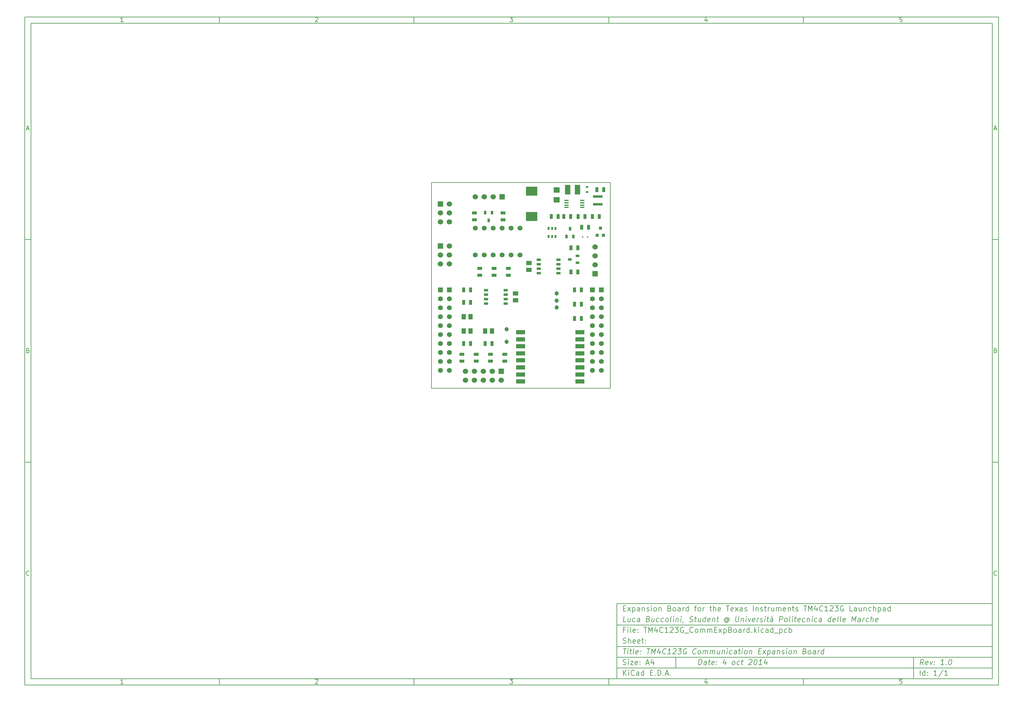
<source format=gts>
G04 (created by PCBNEW (2013-07-07 BZR 4022)-stable) date 10/4/2014 18:50:34*
%MOIN*%
G04 Gerber Fmt 3.4, Leading zero omitted, Abs format*
%FSLAX34Y34*%
G01*
G70*
G90*
G04 APERTURE LIST*
%ADD10C,0.00590551*%
%ADD11C,0.00629921*%
%ADD12R,0.05X0.016*%
%ADD13R,0.063X0.106*%
%ADD14R,0.0512X0.059*%
%ADD15R,0.059X0.0512*%
%ADD16R,0.035X0.055*%
%ADD17R,0.055X0.035*%
%ADD18R,0.0984252X0.0511811*%
%ADD19R,0.071X0.063*%
%ADD20R,0.036X0.036*%
%ADD21R,0.0394X0.0315*%
%ADD22R,0.0315X0.0394*%
%ADD23R,0.106299X0.0314961*%
%ADD24R,0.023622X0.0354331*%
%ADD25R,0.06X0.06*%
%ADD26C,0.06*%
%ADD27R,0.05X0.025*%
%ADD28R,0.055X0.055*%
%ADD29C,0.055*%
%ADD30R,0.0314961X0.023622*%
%ADD31R,0.125984X0.102362*%
%ADD32R,0.015748X0.015748*%
%ADD33C,0.0472441*%
%ADD34C,0.0551181*%
G04 APERTURE END LIST*
G54D10*
X4000Y-4000D02*
X112930Y-4000D01*
X112930Y-78680D01*
X4000Y-78680D01*
X4000Y-4000D01*
X4700Y-4700D02*
X112230Y-4700D01*
X112230Y-77980D01*
X4700Y-77980D01*
X4700Y-4700D01*
X25780Y-4000D02*
X25780Y-4700D01*
X15032Y-4552D02*
X14747Y-4552D01*
X14890Y-4552D02*
X14890Y-4052D01*
X14842Y-4123D01*
X14794Y-4171D01*
X14747Y-4195D01*
X25780Y-78680D02*
X25780Y-77980D01*
X15032Y-78532D02*
X14747Y-78532D01*
X14890Y-78532D02*
X14890Y-78032D01*
X14842Y-78103D01*
X14794Y-78151D01*
X14747Y-78175D01*
X47560Y-4000D02*
X47560Y-4700D01*
X36527Y-4100D02*
X36550Y-4076D01*
X36598Y-4052D01*
X36717Y-4052D01*
X36765Y-4076D01*
X36789Y-4100D01*
X36812Y-4147D01*
X36812Y-4195D01*
X36789Y-4266D01*
X36503Y-4552D01*
X36812Y-4552D01*
X47560Y-78680D02*
X47560Y-77980D01*
X36527Y-78080D02*
X36550Y-78056D01*
X36598Y-78032D01*
X36717Y-78032D01*
X36765Y-78056D01*
X36789Y-78080D01*
X36812Y-78127D01*
X36812Y-78175D01*
X36789Y-78246D01*
X36503Y-78532D01*
X36812Y-78532D01*
X69340Y-4000D02*
X69340Y-4700D01*
X58283Y-4052D02*
X58592Y-4052D01*
X58426Y-4242D01*
X58497Y-4242D01*
X58545Y-4266D01*
X58569Y-4290D01*
X58592Y-4338D01*
X58592Y-4457D01*
X58569Y-4504D01*
X58545Y-4528D01*
X58497Y-4552D01*
X58354Y-4552D01*
X58307Y-4528D01*
X58283Y-4504D01*
X69340Y-78680D02*
X69340Y-77980D01*
X58283Y-78032D02*
X58592Y-78032D01*
X58426Y-78222D01*
X58497Y-78222D01*
X58545Y-78246D01*
X58569Y-78270D01*
X58592Y-78318D01*
X58592Y-78437D01*
X58569Y-78484D01*
X58545Y-78508D01*
X58497Y-78532D01*
X58354Y-78532D01*
X58307Y-78508D01*
X58283Y-78484D01*
X91120Y-4000D02*
X91120Y-4700D01*
X80325Y-4219D02*
X80325Y-4552D01*
X80206Y-4028D02*
X80087Y-4385D01*
X80396Y-4385D01*
X91120Y-78680D02*
X91120Y-77980D01*
X80325Y-78199D02*
X80325Y-78532D01*
X80206Y-78008D02*
X80087Y-78365D01*
X80396Y-78365D01*
X102129Y-4052D02*
X101890Y-4052D01*
X101867Y-4290D01*
X101890Y-4266D01*
X101938Y-4242D01*
X102057Y-4242D01*
X102105Y-4266D01*
X102129Y-4290D01*
X102152Y-4338D01*
X102152Y-4457D01*
X102129Y-4504D01*
X102105Y-4528D01*
X102057Y-4552D01*
X101938Y-4552D01*
X101890Y-4528D01*
X101867Y-4504D01*
X102129Y-78032D02*
X101890Y-78032D01*
X101867Y-78270D01*
X101890Y-78246D01*
X101938Y-78222D01*
X102057Y-78222D01*
X102105Y-78246D01*
X102129Y-78270D01*
X102152Y-78318D01*
X102152Y-78437D01*
X102129Y-78484D01*
X102105Y-78508D01*
X102057Y-78532D01*
X101938Y-78532D01*
X101890Y-78508D01*
X101867Y-78484D01*
X4000Y-28890D02*
X4700Y-28890D01*
X4230Y-16509D02*
X4469Y-16509D01*
X4183Y-16652D02*
X4350Y-16152D01*
X4516Y-16652D01*
X112930Y-28890D02*
X112230Y-28890D01*
X112460Y-16509D02*
X112699Y-16509D01*
X112413Y-16652D02*
X112580Y-16152D01*
X112746Y-16652D01*
X4000Y-53780D02*
X4700Y-53780D01*
X4385Y-41280D02*
X4457Y-41304D01*
X4480Y-41328D01*
X4504Y-41375D01*
X4504Y-41447D01*
X4480Y-41494D01*
X4457Y-41518D01*
X4409Y-41542D01*
X4219Y-41542D01*
X4219Y-41042D01*
X4385Y-41042D01*
X4433Y-41066D01*
X4457Y-41090D01*
X4480Y-41137D01*
X4480Y-41185D01*
X4457Y-41232D01*
X4433Y-41256D01*
X4385Y-41280D01*
X4219Y-41280D01*
X112930Y-53780D02*
X112230Y-53780D01*
X112615Y-41280D02*
X112687Y-41304D01*
X112710Y-41328D01*
X112734Y-41375D01*
X112734Y-41447D01*
X112710Y-41494D01*
X112687Y-41518D01*
X112639Y-41542D01*
X112449Y-41542D01*
X112449Y-41042D01*
X112615Y-41042D01*
X112663Y-41066D01*
X112687Y-41090D01*
X112710Y-41137D01*
X112710Y-41185D01*
X112687Y-41232D01*
X112663Y-41256D01*
X112615Y-41280D01*
X112449Y-41280D01*
X4504Y-66384D02*
X4480Y-66408D01*
X4409Y-66432D01*
X4361Y-66432D01*
X4290Y-66408D01*
X4242Y-66360D01*
X4219Y-66313D01*
X4195Y-66218D01*
X4195Y-66146D01*
X4219Y-66051D01*
X4242Y-66003D01*
X4290Y-65956D01*
X4361Y-65932D01*
X4409Y-65932D01*
X4480Y-65956D01*
X4504Y-65980D01*
X112734Y-66384D02*
X112710Y-66408D01*
X112639Y-66432D01*
X112591Y-66432D01*
X112520Y-66408D01*
X112472Y-66360D01*
X112449Y-66313D01*
X112425Y-66218D01*
X112425Y-66146D01*
X112449Y-66051D01*
X112472Y-66003D01*
X112520Y-65956D01*
X112591Y-65932D01*
X112639Y-65932D01*
X112710Y-65956D01*
X112734Y-65980D01*
X79380Y-76422D02*
X79455Y-75822D01*
X79597Y-75822D01*
X79680Y-75851D01*
X79730Y-75908D01*
X79751Y-75965D01*
X79765Y-76080D01*
X79755Y-76165D01*
X79712Y-76280D01*
X79676Y-76337D01*
X79612Y-76394D01*
X79522Y-76422D01*
X79380Y-76422D01*
X80237Y-76422D02*
X80276Y-76108D01*
X80255Y-76051D01*
X80201Y-76022D01*
X80087Y-76022D01*
X80026Y-76051D01*
X80240Y-76394D02*
X80180Y-76422D01*
X80037Y-76422D01*
X79983Y-76394D01*
X79962Y-76337D01*
X79969Y-76280D01*
X80005Y-76222D01*
X80065Y-76194D01*
X80208Y-76194D01*
X80269Y-76165D01*
X80487Y-76022D02*
X80715Y-76022D01*
X80597Y-75822D02*
X80533Y-76337D01*
X80555Y-76394D01*
X80608Y-76422D01*
X80665Y-76422D01*
X81097Y-76394D02*
X81037Y-76422D01*
X80922Y-76422D01*
X80869Y-76394D01*
X80847Y-76337D01*
X80876Y-76108D01*
X80912Y-76051D01*
X80972Y-76022D01*
X81087Y-76022D01*
X81140Y-76051D01*
X81162Y-76108D01*
X81155Y-76165D01*
X80862Y-76222D01*
X81387Y-76365D02*
X81412Y-76394D01*
X81380Y-76422D01*
X81355Y-76394D01*
X81387Y-76365D01*
X81380Y-76422D01*
X81426Y-76051D02*
X81451Y-76080D01*
X81419Y-76108D01*
X81394Y-76080D01*
X81426Y-76051D01*
X81419Y-76108D01*
X82430Y-76022D02*
X82380Y-76422D01*
X82315Y-75794D02*
X82119Y-76222D01*
X82490Y-76222D01*
X83237Y-76422D02*
X83183Y-76394D01*
X83158Y-76365D01*
X83137Y-76308D01*
X83158Y-76137D01*
X83194Y-76080D01*
X83226Y-76051D01*
X83287Y-76022D01*
X83372Y-76022D01*
X83426Y-76051D01*
X83451Y-76080D01*
X83472Y-76137D01*
X83451Y-76308D01*
X83415Y-76365D01*
X83383Y-76394D01*
X83322Y-76422D01*
X83237Y-76422D01*
X83955Y-76394D02*
X83894Y-76422D01*
X83780Y-76422D01*
X83726Y-76394D01*
X83701Y-76365D01*
X83680Y-76308D01*
X83701Y-76137D01*
X83737Y-76080D01*
X83769Y-76051D01*
X83830Y-76022D01*
X83944Y-76022D01*
X83997Y-76051D01*
X84172Y-76022D02*
X84401Y-76022D01*
X84283Y-75822D02*
X84219Y-76337D01*
X84240Y-76394D01*
X84294Y-76422D01*
X84351Y-76422D01*
X85047Y-75880D02*
X85080Y-75851D01*
X85140Y-75822D01*
X85283Y-75822D01*
X85337Y-75851D01*
X85362Y-75880D01*
X85383Y-75937D01*
X85376Y-75994D01*
X85337Y-76080D01*
X84951Y-76422D01*
X85322Y-76422D01*
X85769Y-75822D02*
X85826Y-75822D01*
X85880Y-75851D01*
X85905Y-75880D01*
X85926Y-75937D01*
X85940Y-76051D01*
X85922Y-76194D01*
X85880Y-76308D01*
X85844Y-76365D01*
X85812Y-76394D01*
X85751Y-76422D01*
X85694Y-76422D01*
X85640Y-76394D01*
X85615Y-76365D01*
X85594Y-76308D01*
X85580Y-76194D01*
X85597Y-76051D01*
X85640Y-75937D01*
X85676Y-75880D01*
X85708Y-75851D01*
X85769Y-75822D01*
X86465Y-76422D02*
X86122Y-76422D01*
X86294Y-76422D02*
X86369Y-75822D01*
X86301Y-75908D01*
X86237Y-75965D01*
X86176Y-75994D01*
X87030Y-76022D02*
X86980Y-76422D01*
X86915Y-75794D02*
X86719Y-76222D01*
X87090Y-76222D01*
X70972Y-77622D02*
X70972Y-77022D01*
X71315Y-77622D02*
X71058Y-77280D01*
X71315Y-77022D02*
X70972Y-77365D01*
X71572Y-77622D02*
X71572Y-77222D01*
X71572Y-77022D02*
X71544Y-77051D01*
X71572Y-77080D01*
X71601Y-77051D01*
X71572Y-77022D01*
X71572Y-77080D01*
X72201Y-77565D02*
X72172Y-77594D01*
X72087Y-77622D01*
X72030Y-77622D01*
X71944Y-77594D01*
X71887Y-77537D01*
X71858Y-77480D01*
X71830Y-77365D01*
X71830Y-77280D01*
X71858Y-77165D01*
X71887Y-77108D01*
X71944Y-77051D01*
X72030Y-77022D01*
X72087Y-77022D01*
X72172Y-77051D01*
X72201Y-77080D01*
X72715Y-77622D02*
X72715Y-77308D01*
X72687Y-77251D01*
X72630Y-77222D01*
X72515Y-77222D01*
X72458Y-77251D01*
X72715Y-77594D02*
X72658Y-77622D01*
X72515Y-77622D01*
X72458Y-77594D01*
X72430Y-77537D01*
X72430Y-77480D01*
X72458Y-77422D01*
X72515Y-77394D01*
X72658Y-77394D01*
X72715Y-77365D01*
X73258Y-77622D02*
X73258Y-77022D01*
X73258Y-77594D02*
X73201Y-77622D01*
X73087Y-77622D01*
X73030Y-77594D01*
X73001Y-77565D01*
X72972Y-77508D01*
X72972Y-77337D01*
X73001Y-77280D01*
X73030Y-77251D01*
X73087Y-77222D01*
X73201Y-77222D01*
X73258Y-77251D01*
X74001Y-77308D02*
X74201Y-77308D01*
X74287Y-77622D02*
X74001Y-77622D01*
X74001Y-77022D01*
X74287Y-77022D01*
X74544Y-77565D02*
X74572Y-77594D01*
X74544Y-77622D01*
X74515Y-77594D01*
X74544Y-77565D01*
X74544Y-77622D01*
X74829Y-77622D02*
X74829Y-77022D01*
X74972Y-77022D01*
X75058Y-77051D01*
X75115Y-77108D01*
X75144Y-77165D01*
X75172Y-77280D01*
X75172Y-77365D01*
X75144Y-77480D01*
X75115Y-77537D01*
X75058Y-77594D01*
X74972Y-77622D01*
X74829Y-77622D01*
X75429Y-77565D02*
X75458Y-77594D01*
X75429Y-77622D01*
X75401Y-77594D01*
X75429Y-77565D01*
X75429Y-77622D01*
X75687Y-77451D02*
X75972Y-77451D01*
X75629Y-77622D02*
X75829Y-77022D01*
X76029Y-77622D01*
X76229Y-77565D02*
X76258Y-77594D01*
X76229Y-77622D01*
X76201Y-77594D01*
X76229Y-77565D01*
X76229Y-77622D01*
X104522Y-76422D02*
X104358Y-76137D01*
X104180Y-76422D02*
X104255Y-75822D01*
X104483Y-75822D01*
X104537Y-75851D01*
X104562Y-75880D01*
X104583Y-75937D01*
X104572Y-76022D01*
X104537Y-76080D01*
X104505Y-76108D01*
X104444Y-76137D01*
X104215Y-76137D01*
X105012Y-76394D02*
X104951Y-76422D01*
X104837Y-76422D01*
X104783Y-76394D01*
X104762Y-76337D01*
X104790Y-76108D01*
X104826Y-76051D01*
X104887Y-76022D01*
X105001Y-76022D01*
X105055Y-76051D01*
X105076Y-76108D01*
X105069Y-76165D01*
X104776Y-76222D01*
X105287Y-76022D02*
X105380Y-76422D01*
X105572Y-76022D01*
X105758Y-76365D02*
X105783Y-76394D01*
X105751Y-76422D01*
X105726Y-76394D01*
X105758Y-76365D01*
X105751Y-76422D01*
X105797Y-76051D02*
X105822Y-76080D01*
X105790Y-76108D01*
X105765Y-76080D01*
X105797Y-76051D01*
X105790Y-76108D01*
X106808Y-76422D02*
X106465Y-76422D01*
X106637Y-76422D02*
X106712Y-75822D01*
X106644Y-75908D01*
X106580Y-75965D01*
X106519Y-75994D01*
X107072Y-76365D02*
X107097Y-76394D01*
X107065Y-76422D01*
X107040Y-76394D01*
X107072Y-76365D01*
X107065Y-76422D01*
X107540Y-75822D02*
X107597Y-75822D01*
X107651Y-75851D01*
X107676Y-75880D01*
X107697Y-75937D01*
X107712Y-76051D01*
X107694Y-76194D01*
X107651Y-76308D01*
X107615Y-76365D01*
X107583Y-76394D01*
X107522Y-76422D01*
X107465Y-76422D01*
X107412Y-76394D01*
X107387Y-76365D01*
X107365Y-76308D01*
X107351Y-76194D01*
X107369Y-76051D01*
X107412Y-75937D01*
X107447Y-75880D01*
X107480Y-75851D01*
X107540Y-75822D01*
X70944Y-76394D02*
X71030Y-76422D01*
X71172Y-76422D01*
X71230Y-76394D01*
X71258Y-76365D01*
X71287Y-76308D01*
X71287Y-76251D01*
X71258Y-76194D01*
X71230Y-76165D01*
X71172Y-76137D01*
X71058Y-76108D01*
X71001Y-76080D01*
X70972Y-76051D01*
X70944Y-75994D01*
X70944Y-75937D01*
X70972Y-75880D01*
X71001Y-75851D01*
X71058Y-75822D01*
X71201Y-75822D01*
X71287Y-75851D01*
X71544Y-76422D02*
X71544Y-76022D01*
X71544Y-75822D02*
X71515Y-75851D01*
X71544Y-75880D01*
X71572Y-75851D01*
X71544Y-75822D01*
X71544Y-75880D01*
X71772Y-76022D02*
X72087Y-76022D01*
X71772Y-76422D01*
X72087Y-76422D01*
X72544Y-76394D02*
X72487Y-76422D01*
X72372Y-76422D01*
X72315Y-76394D01*
X72287Y-76337D01*
X72287Y-76108D01*
X72315Y-76051D01*
X72372Y-76022D01*
X72487Y-76022D01*
X72544Y-76051D01*
X72572Y-76108D01*
X72572Y-76165D01*
X72287Y-76222D01*
X72830Y-76365D02*
X72858Y-76394D01*
X72830Y-76422D01*
X72801Y-76394D01*
X72830Y-76365D01*
X72830Y-76422D01*
X72830Y-76051D02*
X72858Y-76080D01*
X72830Y-76108D01*
X72801Y-76080D01*
X72830Y-76051D01*
X72830Y-76108D01*
X73544Y-76251D02*
X73830Y-76251D01*
X73487Y-76422D02*
X73687Y-75822D01*
X73887Y-76422D01*
X74344Y-76022D02*
X74344Y-76422D01*
X74201Y-75794D02*
X74058Y-76222D01*
X74430Y-76222D01*
X104172Y-77622D02*
X104172Y-77022D01*
X104715Y-77622D02*
X104715Y-77022D01*
X104715Y-77594D02*
X104658Y-77622D01*
X104544Y-77622D01*
X104487Y-77594D01*
X104458Y-77565D01*
X104430Y-77508D01*
X104430Y-77337D01*
X104458Y-77280D01*
X104487Y-77251D01*
X104544Y-77222D01*
X104658Y-77222D01*
X104715Y-77251D01*
X105001Y-77565D02*
X105030Y-77594D01*
X105001Y-77622D01*
X104972Y-77594D01*
X105001Y-77565D01*
X105001Y-77622D01*
X105001Y-77251D02*
X105030Y-77280D01*
X105001Y-77308D01*
X104972Y-77280D01*
X105001Y-77251D01*
X105001Y-77308D01*
X106058Y-77622D02*
X105715Y-77622D01*
X105887Y-77622D02*
X105887Y-77022D01*
X105829Y-77108D01*
X105772Y-77165D01*
X105715Y-77194D01*
X106744Y-76994D02*
X106230Y-77765D01*
X107258Y-77622D02*
X106915Y-77622D01*
X107087Y-77622D02*
X107087Y-77022D01*
X107029Y-77108D01*
X106972Y-77165D01*
X106915Y-77194D01*
X70969Y-74622D02*
X71312Y-74622D01*
X71065Y-75222D02*
X71140Y-74622D01*
X71437Y-75222D02*
X71487Y-74822D01*
X71512Y-74622D02*
X71480Y-74651D01*
X71505Y-74680D01*
X71537Y-74651D01*
X71512Y-74622D01*
X71505Y-74680D01*
X71687Y-74822D02*
X71915Y-74822D01*
X71797Y-74622D02*
X71733Y-75137D01*
X71755Y-75194D01*
X71808Y-75222D01*
X71865Y-75222D01*
X72151Y-75222D02*
X72097Y-75194D01*
X72076Y-75137D01*
X72140Y-74622D01*
X72612Y-75194D02*
X72551Y-75222D01*
X72437Y-75222D01*
X72383Y-75194D01*
X72362Y-75137D01*
X72390Y-74908D01*
X72426Y-74851D01*
X72487Y-74822D01*
X72601Y-74822D01*
X72655Y-74851D01*
X72676Y-74908D01*
X72669Y-74965D01*
X72376Y-75022D01*
X72901Y-75165D02*
X72926Y-75194D01*
X72894Y-75222D01*
X72869Y-75194D01*
X72901Y-75165D01*
X72894Y-75222D01*
X72940Y-74851D02*
X72965Y-74880D01*
X72933Y-74908D01*
X72908Y-74880D01*
X72940Y-74851D01*
X72933Y-74908D01*
X73626Y-74622D02*
X73969Y-74622D01*
X73722Y-75222D02*
X73797Y-74622D01*
X74094Y-75222D02*
X74169Y-74622D01*
X74315Y-75051D01*
X74569Y-74622D01*
X74494Y-75222D01*
X75087Y-74822D02*
X75037Y-75222D01*
X74972Y-74594D02*
X74776Y-75022D01*
X75147Y-75022D01*
X75701Y-75165D02*
X75669Y-75194D01*
X75580Y-75222D01*
X75522Y-75222D01*
X75440Y-75194D01*
X75390Y-75137D01*
X75369Y-75080D01*
X75355Y-74965D01*
X75365Y-74880D01*
X75408Y-74765D01*
X75444Y-74708D01*
X75508Y-74651D01*
X75597Y-74622D01*
X75655Y-74622D01*
X75737Y-74651D01*
X75762Y-74680D01*
X76265Y-75222D02*
X75922Y-75222D01*
X76094Y-75222D02*
X76169Y-74622D01*
X76101Y-74708D01*
X76037Y-74765D01*
X75976Y-74794D01*
X76562Y-74680D02*
X76594Y-74651D01*
X76655Y-74622D01*
X76797Y-74622D01*
X76851Y-74651D01*
X76876Y-74680D01*
X76897Y-74737D01*
X76890Y-74794D01*
X76851Y-74880D01*
X76465Y-75222D01*
X76837Y-75222D01*
X77112Y-74622D02*
X77483Y-74622D01*
X77255Y-74851D01*
X77340Y-74851D01*
X77394Y-74880D01*
X77419Y-74908D01*
X77440Y-74965D01*
X77422Y-75108D01*
X77387Y-75165D01*
X77355Y-75194D01*
X77294Y-75222D01*
X77122Y-75222D01*
X77069Y-75194D01*
X77044Y-75165D01*
X78051Y-74651D02*
X77997Y-74622D01*
X77912Y-74622D01*
X77822Y-74651D01*
X77758Y-74708D01*
X77722Y-74765D01*
X77680Y-74880D01*
X77669Y-74965D01*
X77683Y-75080D01*
X77705Y-75137D01*
X77755Y-75194D01*
X77837Y-75222D01*
X77894Y-75222D01*
X77983Y-75194D01*
X78015Y-75165D01*
X78040Y-74965D01*
X77926Y-74965D01*
X79072Y-75165D02*
X79040Y-75194D01*
X78951Y-75222D01*
X78894Y-75222D01*
X78812Y-75194D01*
X78762Y-75137D01*
X78740Y-75080D01*
X78726Y-74965D01*
X78737Y-74880D01*
X78780Y-74765D01*
X78815Y-74708D01*
X78880Y-74651D01*
X78969Y-74622D01*
X79026Y-74622D01*
X79108Y-74651D01*
X79133Y-74680D01*
X79408Y-75222D02*
X79355Y-75194D01*
X79330Y-75165D01*
X79308Y-75108D01*
X79330Y-74937D01*
X79365Y-74880D01*
X79397Y-74851D01*
X79458Y-74822D01*
X79544Y-74822D01*
X79597Y-74851D01*
X79622Y-74880D01*
X79644Y-74937D01*
X79622Y-75108D01*
X79587Y-75165D01*
X79555Y-75194D01*
X79494Y-75222D01*
X79408Y-75222D01*
X79865Y-75222D02*
X79915Y-74822D01*
X79908Y-74880D02*
X79940Y-74851D01*
X80001Y-74822D01*
X80087Y-74822D01*
X80140Y-74851D01*
X80162Y-74908D01*
X80122Y-75222D01*
X80162Y-74908D02*
X80197Y-74851D01*
X80258Y-74822D01*
X80344Y-74822D01*
X80397Y-74851D01*
X80419Y-74908D01*
X80380Y-75222D01*
X80665Y-75222D02*
X80715Y-74822D01*
X80708Y-74880D02*
X80740Y-74851D01*
X80801Y-74822D01*
X80887Y-74822D01*
X80940Y-74851D01*
X80962Y-74908D01*
X80922Y-75222D01*
X80962Y-74908D02*
X80997Y-74851D01*
X81058Y-74822D01*
X81144Y-74822D01*
X81197Y-74851D01*
X81219Y-74908D01*
X81180Y-75222D01*
X81772Y-74822D02*
X81722Y-75222D01*
X81515Y-74822D02*
X81476Y-75137D01*
X81497Y-75194D01*
X81551Y-75222D01*
X81637Y-75222D01*
X81697Y-75194D01*
X81730Y-75165D01*
X82058Y-74822D02*
X82008Y-75222D01*
X82051Y-74880D02*
X82083Y-74851D01*
X82144Y-74822D01*
X82230Y-74822D01*
X82283Y-74851D01*
X82305Y-74908D01*
X82265Y-75222D01*
X82551Y-75222D02*
X82601Y-74822D01*
X82626Y-74622D02*
X82594Y-74651D01*
X82619Y-74680D01*
X82651Y-74651D01*
X82626Y-74622D01*
X82619Y-74680D01*
X83097Y-75194D02*
X83037Y-75222D01*
X82922Y-75222D01*
X82869Y-75194D01*
X82844Y-75165D01*
X82822Y-75108D01*
X82844Y-74937D01*
X82880Y-74880D01*
X82912Y-74851D01*
X82972Y-74822D01*
X83087Y-74822D01*
X83140Y-74851D01*
X83608Y-75222D02*
X83647Y-74908D01*
X83626Y-74851D01*
X83572Y-74822D01*
X83458Y-74822D01*
X83397Y-74851D01*
X83612Y-75194D02*
X83551Y-75222D01*
X83408Y-75222D01*
X83355Y-75194D01*
X83333Y-75137D01*
X83340Y-75080D01*
X83376Y-75022D01*
X83437Y-74994D01*
X83580Y-74994D01*
X83640Y-74965D01*
X83858Y-74822D02*
X84087Y-74822D01*
X83969Y-74622D02*
X83905Y-75137D01*
X83926Y-75194D01*
X83980Y-75222D01*
X84037Y-75222D01*
X84237Y-75222D02*
X84287Y-74822D01*
X84312Y-74622D02*
X84280Y-74651D01*
X84305Y-74680D01*
X84337Y-74651D01*
X84312Y-74622D01*
X84305Y-74680D01*
X84608Y-75222D02*
X84555Y-75194D01*
X84530Y-75165D01*
X84508Y-75108D01*
X84530Y-74937D01*
X84565Y-74880D01*
X84597Y-74851D01*
X84658Y-74822D01*
X84744Y-74822D01*
X84797Y-74851D01*
X84822Y-74880D01*
X84844Y-74937D01*
X84822Y-75108D01*
X84787Y-75165D01*
X84755Y-75194D01*
X84694Y-75222D01*
X84608Y-75222D01*
X85115Y-74822D02*
X85065Y-75222D01*
X85108Y-74880D02*
X85140Y-74851D01*
X85201Y-74822D01*
X85287Y-74822D01*
X85340Y-74851D01*
X85362Y-74908D01*
X85322Y-75222D01*
X86105Y-74908D02*
X86305Y-74908D01*
X86351Y-75222D02*
X86065Y-75222D01*
X86140Y-74622D01*
X86426Y-74622D01*
X86551Y-75222D02*
X86915Y-74822D01*
X86601Y-74822D02*
X86865Y-75222D01*
X87144Y-74822D02*
X87069Y-75422D01*
X87140Y-74851D02*
X87201Y-74822D01*
X87315Y-74822D01*
X87369Y-74851D01*
X87394Y-74880D01*
X87415Y-74937D01*
X87394Y-75108D01*
X87358Y-75165D01*
X87326Y-75194D01*
X87265Y-75222D01*
X87151Y-75222D01*
X87097Y-75194D01*
X87894Y-75222D02*
X87933Y-74908D01*
X87912Y-74851D01*
X87858Y-74822D01*
X87744Y-74822D01*
X87683Y-74851D01*
X87897Y-75194D02*
X87837Y-75222D01*
X87694Y-75222D01*
X87640Y-75194D01*
X87619Y-75137D01*
X87626Y-75080D01*
X87662Y-75022D01*
X87722Y-74994D01*
X87865Y-74994D01*
X87926Y-74965D01*
X88230Y-74822D02*
X88180Y-75222D01*
X88222Y-74880D02*
X88255Y-74851D01*
X88315Y-74822D01*
X88401Y-74822D01*
X88455Y-74851D01*
X88476Y-74908D01*
X88437Y-75222D01*
X88697Y-75194D02*
X88751Y-75222D01*
X88865Y-75222D01*
X88926Y-75194D01*
X88962Y-75137D01*
X88965Y-75108D01*
X88944Y-75051D01*
X88890Y-75022D01*
X88805Y-75022D01*
X88751Y-74994D01*
X88730Y-74937D01*
X88733Y-74908D01*
X88769Y-74851D01*
X88830Y-74822D01*
X88915Y-74822D01*
X88969Y-74851D01*
X89208Y-75222D02*
X89258Y-74822D01*
X89283Y-74622D02*
X89251Y-74651D01*
X89276Y-74680D01*
X89308Y-74651D01*
X89283Y-74622D01*
X89276Y-74680D01*
X89579Y-75222D02*
X89526Y-75194D01*
X89501Y-75165D01*
X89480Y-75108D01*
X89501Y-74937D01*
X89537Y-74880D01*
X89569Y-74851D01*
X89629Y-74822D01*
X89715Y-74822D01*
X89769Y-74851D01*
X89794Y-74880D01*
X89815Y-74937D01*
X89794Y-75108D01*
X89758Y-75165D01*
X89726Y-75194D01*
X89665Y-75222D01*
X89579Y-75222D01*
X90087Y-74822D02*
X90037Y-75222D01*
X90079Y-74880D02*
X90112Y-74851D01*
X90172Y-74822D01*
X90258Y-74822D01*
X90312Y-74851D01*
X90333Y-74908D01*
X90294Y-75222D01*
X91276Y-74908D02*
X91358Y-74937D01*
X91383Y-74965D01*
X91404Y-75022D01*
X91394Y-75108D01*
X91358Y-75165D01*
X91326Y-75194D01*
X91265Y-75222D01*
X91037Y-75222D01*
X91112Y-74622D01*
X91312Y-74622D01*
X91365Y-74651D01*
X91390Y-74680D01*
X91412Y-74737D01*
X91404Y-74794D01*
X91369Y-74851D01*
X91337Y-74880D01*
X91276Y-74908D01*
X91076Y-74908D01*
X91722Y-75222D02*
X91669Y-75194D01*
X91644Y-75165D01*
X91622Y-75108D01*
X91644Y-74937D01*
X91679Y-74880D01*
X91712Y-74851D01*
X91772Y-74822D01*
X91858Y-74822D01*
X91912Y-74851D01*
X91937Y-74880D01*
X91958Y-74937D01*
X91937Y-75108D01*
X91901Y-75165D01*
X91869Y-75194D01*
X91808Y-75222D01*
X91722Y-75222D01*
X92437Y-75222D02*
X92476Y-74908D01*
X92454Y-74851D01*
X92401Y-74822D01*
X92287Y-74822D01*
X92226Y-74851D01*
X92440Y-75194D02*
X92379Y-75222D01*
X92237Y-75222D01*
X92183Y-75194D01*
X92162Y-75137D01*
X92169Y-75080D01*
X92204Y-75022D01*
X92265Y-74994D01*
X92408Y-74994D01*
X92469Y-74965D01*
X92722Y-75222D02*
X92772Y-74822D01*
X92758Y-74937D02*
X92794Y-74880D01*
X92826Y-74851D01*
X92887Y-74822D01*
X92944Y-74822D01*
X93351Y-75222D02*
X93426Y-74622D01*
X93354Y-75194D02*
X93294Y-75222D01*
X93179Y-75222D01*
X93126Y-75194D01*
X93101Y-75165D01*
X93080Y-75108D01*
X93101Y-74937D01*
X93137Y-74880D01*
X93169Y-74851D01*
X93229Y-74822D01*
X93344Y-74822D01*
X93397Y-74851D01*
X71172Y-72508D02*
X70972Y-72508D01*
X70972Y-72822D02*
X70972Y-72222D01*
X71258Y-72222D01*
X71487Y-72822D02*
X71487Y-72422D01*
X71487Y-72222D02*
X71458Y-72251D01*
X71487Y-72280D01*
X71515Y-72251D01*
X71487Y-72222D01*
X71487Y-72280D01*
X71858Y-72822D02*
X71801Y-72794D01*
X71772Y-72737D01*
X71772Y-72222D01*
X72315Y-72794D02*
X72258Y-72822D01*
X72144Y-72822D01*
X72087Y-72794D01*
X72058Y-72737D01*
X72058Y-72508D01*
X72087Y-72451D01*
X72144Y-72422D01*
X72258Y-72422D01*
X72315Y-72451D01*
X72344Y-72508D01*
X72344Y-72565D01*
X72058Y-72622D01*
X72601Y-72765D02*
X72630Y-72794D01*
X72601Y-72822D01*
X72572Y-72794D01*
X72601Y-72765D01*
X72601Y-72822D01*
X72601Y-72451D02*
X72630Y-72480D01*
X72601Y-72508D01*
X72572Y-72480D01*
X72601Y-72451D01*
X72601Y-72508D01*
X73258Y-72222D02*
X73601Y-72222D01*
X73430Y-72822D02*
X73430Y-72222D01*
X73801Y-72822D02*
X73801Y-72222D01*
X74001Y-72651D01*
X74201Y-72222D01*
X74201Y-72822D01*
X74744Y-72422D02*
X74744Y-72822D01*
X74601Y-72194D02*
X74458Y-72622D01*
X74830Y-72622D01*
X75401Y-72765D02*
X75372Y-72794D01*
X75287Y-72822D01*
X75230Y-72822D01*
X75144Y-72794D01*
X75087Y-72737D01*
X75058Y-72680D01*
X75030Y-72565D01*
X75030Y-72480D01*
X75058Y-72365D01*
X75087Y-72308D01*
X75144Y-72251D01*
X75230Y-72222D01*
X75287Y-72222D01*
X75372Y-72251D01*
X75401Y-72280D01*
X75972Y-72822D02*
X75630Y-72822D01*
X75801Y-72822D02*
X75801Y-72222D01*
X75744Y-72308D01*
X75687Y-72365D01*
X75630Y-72394D01*
X76201Y-72280D02*
X76230Y-72251D01*
X76287Y-72222D01*
X76430Y-72222D01*
X76487Y-72251D01*
X76515Y-72280D01*
X76544Y-72337D01*
X76544Y-72394D01*
X76515Y-72480D01*
X76172Y-72822D01*
X76544Y-72822D01*
X76744Y-72222D02*
X77115Y-72222D01*
X76915Y-72451D01*
X77001Y-72451D01*
X77058Y-72480D01*
X77087Y-72508D01*
X77115Y-72565D01*
X77115Y-72708D01*
X77087Y-72765D01*
X77058Y-72794D01*
X77001Y-72822D01*
X76830Y-72822D01*
X76772Y-72794D01*
X76744Y-72765D01*
X77687Y-72251D02*
X77630Y-72222D01*
X77544Y-72222D01*
X77458Y-72251D01*
X77401Y-72308D01*
X77372Y-72365D01*
X77344Y-72480D01*
X77344Y-72565D01*
X77372Y-72680D01*
X77401Y-72737D01*
X77458Y-72794D01*
X77544Y-72822D01*
X77601Y-72822D01*
X77687Y-72794D01*
X77715Y-72765D01*
X77715Y-72565D01*
X77601Y-72565D01*
X77830Y-72880D02*
X78287Y-72880D01*
X78772Y-72765D02*
X78744Y-72794D01*
X78658Y-72822D01*
X78601Y-72822D01*
X78515Y-72794D01*
X78458Y-72737D01*
X78430Y-72680D01*
X78401Y-72565D01*
X78401Y-72480D01*
X78430Y-72365D01*
X78458Y-72308D01*
X78515Y-72251D01*
X78601Y-72222D01*
X78658Y-72222D01*
X78744Y-72251D01*
X78772Y-72280D01*
X79115Y-72822D02*
X79058Y-72794D01*
X79030Y-72765D01*
X79001Y-72708D01*
X79001Y-72537D01*
X79030Y-72480D01*
X79058Y-72451D01*
X79115Y-72422D01*
X79201Y-72422D01*
X79258Y-72451D01*
X79287Y-72480D01*
X79315Y-72537D01*
X79315Y-72708D01*
X79287Y-72765D01*
X79258Y-72794D01*
X79201Y-72822D01*
X79115Y-72822D01*
X79572Y-72822D02*
X79572Y-72422D01*
X79572Y-72480D02*
X79601Y-72451D01*
X79658Y-72422D01*
X79744Y-72422D01*
X79801Y-72451D01*
X79830Y-72508D01*
X79830Y-72822D01*
X79830Y-72508D02*
X79858Y-72451D01*
X79915Y-72422D01*
X80001Y-72422D01*
X80058Y-72451D01*
X80087Y-72508D01*
X80087Y-72822D01*
X80372Y-72822D02*
X80372Y-72422D01*
X80372Y-72480D02*
X80401Y-72451D01*
X80458Y-72422D01*
X80544Y-72422D01*
X80601Y-72451D01*
X80630Y-72508D01*
X80630Y-72822D01*
X80630Y-72508D02*
X80658Y-72451D01*
X80715Y-72422D01*
X80801Y-72422D01*
X80858Y-72451D01*
X80887Y-72508D01*
X80887Y-72822D01*
X81172Y-72508D02*
X81372Y-72508D01*
X81458Y-72822D02*
X81172Y-72822D01*
X81172Y-72222D01*
X81458Y-72222D01*
X81658Y-72822D02*
X81972Y-72422D01*
X81658Y-72422D02*
X81972Y-72822D01*
X82201Y-72422D02*
X82201Y-73022D01*
X82201Y-72451D02*
X82258Y-72422D01*
X82372Y-72422D01*
X82430Y-72451D01*
X82458Y-72480D01*
X82487Y-72537D01*
X82487Y-72708D01*
X82458Y-72765D01*
X82430Y-72794D01*
X82372Y-72822D01*
X82258Y-72822D01*
X82201Y-72794D01*
X82944Y-72508D02*
X83030Y-72537D01*
X83058Y-72565D01*
X83087Y-72622D01*
X83087Y-72708D01*
X83058Y-72765D01*
X83030Y-72794D01*
X82972Y-72822D01*
X82744Y-72822D01*
X82744Y-72222D01*
X82944Y-72222D01*
X83001Y-72251D01*
X83030Y-72280D01*
X83058Y-72337D01*
X83058Y-72394D01*
X83030Y-72451D01*
X83001Y-72480D01*
X82944Y-72508D01*
X82744Y-72508D01*
X83430Y-72822D02*
X83372Y-72794D01*
X83344Y-72765D01*
X83315Y-72708D01*
X83315Y-72537D01*
X83344Y-72480D01*
X83372Y-72451D01*
X83430Y-72422D01*
X83515Y-72422D01*
X83572Y-72451D01*
X83601Y-72480D01*
X83630Y-72537D01*
X83630Y-72708D01*
X83601Y-72765D01*
X83572Y-72794D01*
X83515Y-72822D01*
X83430Y-72822D01*
X84144Y-72822D02*
X84144Y-72508D01*
X84115Y-72451D01*
X84058Y-72422D01*
X83944Y-72422D01*
X83887Y-72451D01*
X84144Y-72794D02*
X84087Y-72822D01*
X83944Y-72822D01*
X83887Y-72794D01*
X83858Y-72737D01*
X83858Y-72680D01*
X83887Y-72622D01*
X83944Y-72594D01*
X84087Y-72594D01*
X84144Y-72565D01*
X84430Y-72822D02*
X84430Y-72422D01*
X84430Y-72537D02*
X84458Y-72480D01*
X84487Y-72451D01*
X84544Y-72422D01*
X84601Y-72422D01*
X85058Y-72822D02*
X85058Y-72222D01*
X85058Y-72794D02*
X85001Y-72822D01*
X84887Y-72822D01*
X84830Y-72794D01*
X84801Y-72765D01*
X84772Y-72708D01*
X84772Y-72537D01*
X84801Y-72480D01*
X84830Y-72451D01*
X84887Y-72422D01*
X85001Y-72422D01*
X85058Y-72451D01*
X85344Y-72765D02*
X85372Y-72794D01*
X85344Y-72822D01*
X85315Y-72794D01*
X85344Y-72765D01*
X85344Y-72822D01*
X85630Y-72822D02*
X85630Y-72222D01*
X85687Y-72594D02*
X85858Y-72822D01*
X85858Y-72422D02*
X85630Y-72651D01*
X86115Y-72822D02*
X86115Y-72422D01*
X86115Y-72222D02*
X86087Y-72251D01*
X86115Y-72280D01*
X86144Y-72251D01*
X86115Y-72222D01*
X86115Y-72280D01*
X86658Y-72794D02*
X86601Y-72822D01*
X86487Y-72822D01*
X86430Y-72794D01*
X86401Y-72765D01*
X86372Y-72708D01*
X86372Y-72537D01*
X86401Y-72480D01*
X86430Y-72451D01*
X86487Y-72422D01*
X86601Y-72422D01*
X86658Y-72451D01*
X87172Y-72822D02*
X87172Y-72508D01*
X87144Y-72451D01*
X87087Y-72422D01*
X86972Y-72422D01*
X86915Y-72451D01*
X87172Y-72794D02*
X87115Y-72822D01*
X86972Y-72822D01*
X86915Y-72794D01*
X86887Y-72737D01*
X86887Y-72680D01*
X86915Y-72622D01*
X86972Y-72594D01*
X87115Y-72594D01*
X87172Y-72565D01*
X87715Y-72822D02*
X87715Y-72222D01*
X87715Y-72794D02*
X87658Y-72822D01*
X87544Y-72822D01*
X87487Y-72794D01*
X87458Y-72765D01*
X87430Y-72708D01*
X87430Y-72537D01*
X87458Y-72480D01*
X87487Y-72451D01*
X87544Y-72422D01*
X87658Y-72422D01*
X87715Y-72451D01*
X87858Y-72880D02*
X88315Y-72880D01*
X88458Y-72422D02*
X88458Y-73022D01*
X88458Y-72451D02*
X88515Y-72422D01*
X88630Y-72422D01*
X88687Y-72451D01*
X88715Y-72480D01*
X88744Y-72537D01*
X88744Y-72708D01*
X88715Y-72765D01*
X88687Y-72794D01*
X88630Y-72822D01*
X88515Y-72822D01*
X88458Y-72794D01*
X89258Y-72794D02*
X89201Y-72822D01*
X89087Y-72822D01*
X89030Y-72794D01*
X89001Y-72765D01*
X88972Y-72708D01*
X88972Y-72537D01*
X89001Y-72480D01*
X89030Y-72451D01*
X89087Y-72422D01*
X89201Y-72422D01*
X89258Y-72451D01*
X89515Y-72822D02*
X89515Y-72222D01*
X89515Y-72451D02*
X89572Y-72422D01*
X89687Y-72422D01*
X89744Y-72451D01*
X89772Y-72480D01*
X89801Y-72537D01*
X89801Y-72708D01*
X89772Y-72765D01*
X89744Y-72794D01*
X89687Y-72822D01*
X89572Y-72822D01*
X89515Y-72794D01*
X70944Y-73994D02*
X71030Y-74022D01*
X71172Y-74022D01*
X71230Y-73994D01*
X71258Y-73965D01*
X71287Y-73908D01*
X71287Y-73851D01*
X71258Y-73794D01*
X71230Y-73765D01*
X71172Y-73737D01*
X71058Y-73708D01*
X71001Y-73680D01*
X70972Y-73651D01*
X70944Y-73594D01*
X70944Y-73537D01*
X70972Y-73480D01*
X71001Y-73451D01*
X71058Y-73422D01*
X71201Y-73422D01*
X71287Y-73451D01*
X71544Y-74022D02*
X71544Y-73422D01*
X71801Y-74022D02*
X71801Y-73708D01*
X71772Y-73651D01*
X71715Y-73622D01*
X71630Y-73622D01*
X71572Y-73651D01*
X71544Y-73680D01*
X72315Y-73994D02*
X72258Y-74022D01*
X72144Y-74022D01*
X72087Y-73994D01*
X72058Y-73937D01*
X72058Y-73708D01*
X72087Y-73651D01*
X72144Y-73622D01*
X72258Y-73622D01*
X72315Y-73651D01*
X72344Y-73708D01*
X72344Y-73765D01*
X72058Y-73822D01*
X72830Y-73994D02*
X72772Y-74022D01*
X72658Y-74022D01*
X72601Y-73994D01*
X72572Y-73937D01*
X72572Y-73708D01*
X72601Y-73651D01*
X72658Y-73622D01*
X72772Y-73622D01*
X72830Y-73651D01*
X72858Y-73708D01*
X72858Y-73765D01*
X72572Y-73822D01*
X73030Y-73622D02*
X73258Y-73622D01*
X73115Y-73422D02*
X73115Y-73937D01*
X73144Y-73994D01*
X73201Y-74022D01*
X73258Y-74022D01*
X73458Y-73965D02*
X73487Y-73994D01*
X73458Y-74022D01*
X73430Y-73994D01*
X73458Y-73965D01*
X73458Y-74022D01*
X73458Y-73651D02*
X73487Y-73680D01*
X73458Y-73708D01*
X73430Y-73680D01*
X73458Y-73651D01*
X73458Y-73708D01*
X71265Y-71622D02*
X70980Y-71622D01*
X71055Y-71022D01*
X71772Y-71222D02*
X71722Y-71622D01*
X71515Y-71222D02*
X71476Y-71537D01*
X71497Y-71594D01*
X71551Y-71622D01*
X71637Y-71622D01*
X71697Y-71594D01*
X71730Y-71565D01*
X72269Y-71594D02*
X72208Y-71622D01*
X72094Y-71622D01*
X72040Y-71594D01*
X72015Y-71565D01*
X71994Y-71508D01*
X72015Y-71337D01*
X72051Y-71280D01*
X72083Y-71251D01*
X72144Y-71222D01*
X72258Y-71222D01*
X72312Y-71251D01*
X72780Y-71622D02*
X72819Y-71308D01*
X72797Y-71251D01*
X72744Y-71222D01*
X72630Y-71222D01*
X72569Y-71251D01*
X72783Y-71594D02*
X72722Y-71622D01*
X72580Y-71622D01*
X72526Y-71594D01*
X72505Y-71537D01*
X72512Y-71480D01*
X72547Y-71422D01*
X72608Y-71394D01*
X72751Y-71394D01*
X72812Y-71365D01*
X73762Y-71308D02*
X73844Y-71337D01*
X73869Y-71365D01*
X73890Y-71422D01*
X73880Y-71508D01*
X73844Y-71565D01*
X73812Y-71594D01*
X73751Y-71622D01*
X73522Y-71622D01*
X73597Y-71022D01*
X73797Y-71022D01*
X73851Y-71051D01*
X73876Y-71080D01*
X73897Y-71137D01*
X73890Y-71194D01*
X73854Y-71251D01*
X73822Y-71280D01*
X73762Y-71308D01*
X73562Y-71308D01*
X74430Y-71222D02*
X74380Y-71622D01*
X74172Y-71222D02*
X74133Y-71537D01*
X74155Y-71594D01*
X74208Y-71622D01*
X74294Y-71622D01*
X74355Y-71594D01*
X74387Y-71565D01*
X74926Y-71594D02*
X74865Y-71622D01*
X74751Y-71622D01*
X74697Y-71594D01*
X74672Y-71565D01*
X74651Y-71508D01*
X74672Y-71337D01*
X74708Y-71280D01*
X74740Y-71251D01*
X74801Y-71222D01*
X74915Y-71222D01*
X74969Y-71251D01*
X75440Y-71594D02*
X75380Y-71622D01*
X75265Y-71622D01*
X75212Y-71594D01*
X75187Y-71565D01*
X75165Y-71508D01*
X75187Y-71337D01*
X75222Y-71280D01*
X75255Y-71251D01*
X75315Y-71222D01*
X75430Y-71222D01*
X75483Y-71251D01*
X75780Y-71622D02*
X75726Y-71594D01*
X75701Y-71565D01*
X75680Y-71508D01*
X75701Y-71337D01*
X75737Y-71280D01*
X75769Y-71251D01*
X75830Y-71222D01*
X75915Y-71222D01*
X75969Y-71251D01*
X75994Y-71280D01*
X76015Y-71337D01*
X75994Y-71508D01*
X75958Y-71565D01*
X75926Y-71594D01*
X75865Y-71622D01*
X75780Y-71622D01*
X76322Y-71622D02*
X76269Y-71594D01*
X76247Y-71537D01*
X76312Y-71022D01*
X76551Y-71622D02*
X76601Y-71222D01*
X76626Y-71022D02*
X76594Y-71051D01*
X76619Y-71080D01*
X76651Y-71051D01*
X76626Y-71022D01*
X76619Y-71080D01*
X76887Y-71222D02*
X76837Y-71622D01*
X76880Y-71280D02*
X76912Y-71251D01*
X76972Y-71222D01*
X77058Y-71222D01*
X77112Y-71251D01*
X77133Y-71308D01*
X77094Y-71622D01*
X77380Y-71622D02*
X77430Y-71222D01*
X77455Y-71022D02*
X77422Y-71051D01*
X77447Y-71080D01*
X77480Y-71051D01*
X77455Y-71022D01*
X77447Y-71080D01*
X77697Y-71594D02*
X77694Y-71622D01*
X77658Y-71680D01*
X77626Y-71708D01*
X78383Y-71594D02*
X78465Y-71622D01*
X78608Y-71622D01*
X78669Y-71594D01*
X78701Y-71565D01*
X78737Y-71508D01*
X78744Y-71451D01*
X78722Y-71394D01*
X78697Y-71365D01*
X78644Y-71337D01*
X78533Y-71308D01*
X78480Y-71280D01*
X78454Y-71251D01*
X78433Y-71194D01*
X78440Y-71137D01*
X78476Y-71080D01*
X78508Y-71051D01*
X78569Y-71022D01*
X78712Y-71022D01*
X78794Y-71051D01*
X78944Y-71222D02*
X79172Y-71222D01*
X79055Y-71022D02*
X78990Y-71537D01*
X79012Y-71594D01*
X79065Y-71622D01*
X79122Y-71622D01*
X79630Y-71222D02*
X79580Y-71622D01*
X79372Y-71222D02*
X79333Y-71537D01*
X79355Y-71594D01*
X79408Y-71622D01*
X79494Y-71622D01*
X79555Y-71594D01*
X79587Y-71565D01*
X80122Y-71622D02*
X80197Y-71022D01*
X80126Y-71594D02*
X80065Y-71622D01*
X79951Y-71622D01*
X79897Y-71594D01*
X79872Y-71565D01*
X79851Y-71508D01*
X79872Y-71337D01*
X79908Y-71280D01*
X79940Y-71251D01*
X80001Y-71222D01*
X80115Y-71222D01*
X80169Y-71251D01*
X80640Y-71594D02*
X80580Y-71622D01*
X80465Y-71622D01*
X80412Y-71594D01*
X80390Y-71537D01*
X80419Y-71308D01*
X80454Y-71251D01*
X80515Y-71222D01*
X80630Y-71222D01*
X80683Y-71251D01*
X80705Y-71308D01*
X80697Y-71365D01*
X80405Y-71422D01*
X80972Y-71222D02*
X80922Y-71622D01*
X80965Y-71280D02*
X80997Y-71251D01*
X81058Y-71222D01*
X81144Y-71222D01*
X81197Y-71251D01*
X81219Y-71308D01*
X81180Y-71622D01*
X81430Y-71222D02*
X81658Y-71222D01*
X81540Y-71022D02*
X81476Y-71537D01*
X81497Y-71594D01*
X81551Y-71622D01*
X81608Y-71622D01*
X82672Y-71337D02*
X82647Y-71308D01*
X82594Y-71280D01*
X82537Y-71280D01*
X82476Y-71308D01*
X82444Y-71337D01*
X82408Y-71394D01*
X82401Y-71451D01*
X82422Y-71508D01*
X82447Y-71537D01*
X82501Y-71565D01*
X82558Y-71565D01*
X82619Y-71537D01*
X82651Y-71508D01*
X82680Y-71280D02*
X82651Y-71508D01*
X82676Y-71537D01*
X82705Y-71537D01*
X82765Y-71508D01*
X82801Y-71451D01*
X82819Y-71308D01*
X82772Y-71222D01*
X82694Y-71165D01*
X82583Y-71137D01*
X82465Y-71165D01*
X82372Y-71222D01*
X82305Y-71308D01*
X82262Y-71422D01*
X82276Y-71537D01*
X82322Y-71622D01*
X82401Y-71680D01*
X82512Y-71708D01*
X82630Y-71680D01*
X82722Y-71622D01*
X83569Y-71022D02*
X83508Y-71508D01*
X83530Y-71565D01*
X83555Y-71594D01*
X83608Y-71622D01*
X83722Y-71622D01*
X83783Y-71594D01*
X83815Y-71565D01*
X83851Y-71508D01*
X83912Y-71022D01*
X84172Y-71222D02*
X84122Y-71622D01*
X84165Y-71280D02*
X84197Y-71251D01*
X84258Y-71222D01*
X84344Y-71222D01*
X84397Y-71251D01*
X84419Y-71308D01*
X84380Y-71622D01*
X84665Y-71622D02*
X84715Y-71222D01*
X84740Y-71022D02*
X84708Y-71051D01*
X84733Y-71080D01*
X84765Y-71051D01*
X84740Y-71022D01*
X84733Y-71080D01*
X84944Y-71222D02*
X85037Y-71622D01*
X85230Y-71222D01*
X85640Y-71594D02*
X85580Y-71622D01*
X85465Y-71622D01*
X85412Y-71594D01*
X85390Y-71537D01*
X85419Y-71308D01*
X85454Y-71251D01*
X85515Y-71222D01*
X85630Y-71222D01*
X85683Y-71251D01*
X85705Y-71308D01*
X85697Y-71365D01*
X85405Y-71422D01*
X85922Y-71622D02*
X85972Y-71222D01*
X85958Y-71337D02*
X85994Y-71280D01*
X86026Y-71251D01*
X86087Y-71222D01*
X86144Y-71222D01*
X86269Y-71594D02*
X86322Y-71622D01*
X86437Y-71622D01*
X86497Y-71594D01*
X86533Y-71537D01*
X86537Y-71508D01*
X86515Y-71451D01*
X86462Y-71422D01*
X86376Y-71422D01*
X86322Y-71394D01*
X86301Y-71337D01*
X86305Y-71308D01*
X86340Y-71251D01*
X86401Y-71222D01*
X86487Y-71222D01*
X86540Y-71251D01*
X86780Y-71622D02*
X86830Y-71222D01*
X86855Y-71022D02*
X86822Y-71051D01*
X86847Y-71080D01*
X86880Y-71051D01*
X86855Y-71022D01*
X86847Y-71080D01*
X87030Y-71222D02*
X87258Y-71222D01*
X87140Y-71022D02*
X87076Y-71537D01*
X87097Y-71594D01*
X87151Y-71622D01*
X87208Y-71622D01*
X87665Y-71622D02*
X87705Y-71308D01*
X87683Y-71251D01*
X87630Y-71222D01*
X87515Y-71222D01*
X87454Y-71251D01*
X87669Y-71594D02*
X87608Y-71622D01*
X87465Y-71622D01*
X87412Y-71594D01*
X87390Y-71537D01*
X87397Y-71480D01*
X87433Y-71422D01*
X87494Y-71394D01*
X87637Y-71394D01*
X87697Y-71365D01*
X87544Y-70994D02*
X87619Y-71080D01*
X88408Y-71622D02*
X88483Y-71022D01*
X88712Y-71022D01*
X88765Y-71051D01*
X88790Y-71080D01*
X88812Y-71137D01*
X88801Y-71222D01*
X88765Y-71280D01*
X88733Y-71308D01*
X88672Y-71337D01*
X88444Y-71337D01*
X89094Y-71622D02*
X89040Y-71594D01*
X89015Y-71565D01*
X88994Y-71508D01*
X89015Y-71337D01*
X89051Y-71280D01*
X89083Y-71251D01*
X89144Y-71222D01*
X89230Y-71222D01*
X89283Y-71251D01*
X89308Y-71280D01*
X89329Y-71337D01*
X89308Y-71508D01*
X89272Y-71565D01*
X89240Y-71594D01*
X89180Y-71622D01*
X89094Y-71622D01*
X89637Y-71622D02*
X89583Y-71594D01*
X89562Y-71537D01*
X89626Y-71022D01*
X89865Y-71622D02*
X89915Y-71222D01*
X89940Y-71022D02*
X89908Y-71051D01*
X89933Y-71080D01*
X89965Y-71051D01*
X89940Y-71022D01*
X89933Y-71080D01*
X90115Y-71222D02*
X90344Y-71222D01*
X90226Y-71022D02*
X90162Y-71537D01*
X90183Y-71594D01*
X90237Y-71622D01*
X90294Y-71622D01*
X90726Y-71594D02*
X90665Y-71622D01*
X90551Y-71622D01*
X90497Y-71594D01*
X90476Y-71537D01*
X90505Y-71308D01*
X90540Y-71251D01*
X90601Y-71222D01*
X90715Y-71222D01*
X90769Y-71251D01*
X90790Y-71308D01*
X90783Y-71365D01*
X90490Y-71422D01*
X91269Y-71594D02*
X91208Y-71622D01*
X91094Y-71622D01*
X91040Y-71594D01*
X91015Y-71565D01*
X90994Y-71508D01*
X91015Y-71337D01*
X91051Y-71280D01*
X91083Y-71251D01*
X91144Y-71222D01*
X91258Y-71222D01*
X91312Y-71251D01*
X91572Y-71222D02*
X91522Y-71622D01*
X91565Y-71280D02*
X91597Y-71251D01*
X91658Y-71222D01*
X91744Y-71222D01*
X91797Y-71251D01*
X91819Y-71308D01*
X91780Y-71622D01*
X92065Y-71622D02*
X92115Y-71222D01*
X92140Y-71022D02*
X92108Y-71051D01*
X92133Y-71080D01*
X92165Y-71051D01*
X92140Y-71022D01*
X92133Y-71080D01*
X92612Y-71594D02*
X92551Y-71622D01*
X92437Y-71622D01*
X92383Y-71594D01*
X92358Y-71565D01*
X92337Y-71508D01*
X92358Y-71337D01*
X92394Y-71280D01*
X92426Y-71251D01*
X92487Y-71222D01*
X92601Y-71222D01*
X92654Y-71251D01*
X93122Y-71622D02*
X93162Y-71308D01*
X93140Y-71251D01*
X93087Y-71222D01*
X92972Y-71222D01*
X92912Y-71251D01*
X93126Y-71594D02*
X93065Y-71622D01*
X92922Y-71622D01*
X92869Y-71594D01*
X92847Y-71537D01*
X92855Y-71480D01*
X92890Y-71422D01*
X92951Y-71394D01*
X93094Y-71394D01*
X93155Y-71365D01*
X94122Y-71622D02*
X94197Y-71022D01*
X94126Y-71594D02*
X94065Y-71622D01*
X93951Y-71622D01*
X93897Y-71594D01*
X93872Y-71565D01*
X93851Y-71508D01*
X93872Y-71337D01*
X93908Y-71280D01*
X93940Y-71251D01*
X94001Y-71222D01*
X94115Y-71222D01*
X94169Y-71251D01*
X94640Y-71594D02*
X94580Y-71622D01*
X94465Y-71622D01*
X94412Y-71594D01*
X94390Y-71537D01*
X94419Y-71308D01*
X94454Y-71251D01*
X94515Y-71222D01*
X94630Y-71222D01*
X94683Y-71251D01*
X94705Y-71308D01*
X94697Y-71365D01*
X94405Y-71422D01*
X95008Y-71622D02*
X94955Y-71594D01*
X94933Y-71537D01*
X94997Y-71022D01*
X95322Y-71622D02*
X95269Y-71594D01*
X95247Y-71537D01*
X95312Y-71022D01*
X95783Y-71594D02*
X95722Y-71622D01*
X95608Y-71622D01*
X95555Y-71594D01*
X95533Y-71537D01*
X95562Y-71308D01*
X95597Y-71251D01*
X95658Y-71222D01*
X95772Y-71222D01*
X95826Y-71251D01*
X95847Y-71308D01*
X95840Y-71365D01*
X95547Y-71422D01*
X96522Y-71622D02*
X96597Y-71022D01*
X96744Y-71451D01*
X96997Y-71022D01*
X96922Y-71622D01*
X97465Y-71622D02*
X97505Y-71308D01*
X97483Y-71251D01*
X97430Y-71222D01*
X97315Y-71222D01*
X97255Y-71251D01*
X97469Y-71594D02*
X97408Y-71622D01*
X97265Y-71622D01*
X97212Y-71594D01*
X97190Y-71537D01*
X97197Y-71480D01*
X97233Y-71422D01*
X97294Y-71394D01*
X97437Y-71394D01*
X97497Y-71365D01*
X97751Y-71622D02*
X97801Y-71222D01*
X97787Y-71337D02*
X97822Y-71280D01*
X97855Y-71251D01*
X97915Y-71222D01*
X97972Y-71222D01*
X98383Y-71594D02*
X98322Y-71622D01*
X98208Y-71622D01*
X98155Y-71594D01*
X98130Y-71565D01*
X98108Y-71508D01*
X98130Y-71337D01*
X98165Y-71280D01*
X98197Y-71251D01*
X98258Y-71222D01*
X98372Y-71222D01*
X98426Y-71251D01*
X98637Y-71622D02*
X98712Y-71022D01*
X98894Y-71622D02*
X98933Y-71308D01*
X98912Y-71251D01*
X98858Y-71222D01*
X98772Y-71222D01*
X98712Y-71251D01*
X98680Y-71280D01*
X99412Y-71594D02*
X99351Y-71622D01*
X99237Y-71622D01*
X99183Y-71594D01*
X99162Y-71537D01*
X99190Y-71308D01*
X99226Y-71251D01*
X99287Y-71222D01*
X99401Y-71222D01*
X99455Y-71251D01*
X99476Y-71308D01*
X99469Y-71365D01*
X99176Y-71422D01*
X70972Y-70108D02*
X71172Y-70108D01*
X71258Y-70422D02*
X70972Y-70422D01*
X70972Y-69822D01*
X71258Y-69822D01*
X71458Y-70422D02*
X71772Y-70022D01*
X71458Y-70022D02*
X71772Y-70422D01*
X72001Y-70022D02*
X72001Y-70622D01*
X72001Y-70051D02*
X72058Y-70022D01*
X72172Y-70022D01*
X72230Y-70051D01*
X72258Y-70080D01*
X72287Y-70137D01*
X72287Y-70308D01*
X72258Y-70365D01*
X72230Y-70394D01*
X72172Y-70422D01*
X72058Y-70422D01*
X72001Y-70394D01*
X72801Y-70422D02*
X72801Y-70108D01*
X72772Y-70051D01*
X72715Y-70022D01*
X72601Y-70022D01*
X72544Y-70051D01*
X72801Y-70394D02*
X72744Y-70422D01*
X72601Y-70422D01*
X72544Y-70394D01*
X72515Y-70337D01*
X72515Y-70280D01*
X72544Y-70222D01*
X72601Y-70194D01*
X72744Y-70194D01*
X72801Y-70165D01*
X73087Y-70022D02*
X73087Y-70422D01*
X73087Y-70080D02*
X73115Y-70051D01*
X73172Y-70022D01*
X73258Y-70022D01*
X73315Y-70051D01*
X73344Y-70108D01*
X73344Y-70422D01*
X73601Y-70394D02*
X73658Y-70422D01*
X73772Y-70422D01*
X73829Y-70394D01*
X73858Y-70337D01*
X73858Y-70308D01*
X73829Y-70251D01*
X73772Y-70222D01*
X73687Y-70222D01*
X73629Y-70194D01*
X73601Y-70137D01*
X73601Y-70108D01*
X73629Y-70051D01*
X73687Y-70022D01*
X73772Y-70022D01*
X73829Y-70051D01*
X74115Y-70422D02*
X74115Y-70022D01*
X74115Y-69822D02*
X74087Y-69851D01*
X74115Y-69880D01*
X74144Y-69851D01*
X74115Y-69822D01*
X74115Y-69880D01*
X74487Y-70422D02*
X74429Y-70394D01*
X74401Y-70365D01*
X74372Y-70308D01*
X74372Y-70137D01*
X74401Y-70080D01*
X74429Y-70051D01*
X74487Y-70022D01*
X74572Y-70022D01*
X74629Y-70051D01*
X74658Y-70080D01*
X74687Y-70137D01*
X74687Y-70308D01*
X74658Y-70365D01*
X74629Y-70394D01*
X74572Y-70422D01*
X74487Y-70422D01*
X74944Y-70022D02*
X74944Y-70422D01*
X74944Y-70080D02*
X74972Y-70051D01*
X75029Y-70022D01*
X75115Y-70022D01*
X75172Y-70051D01*
X75201Y-70108D01*
X75201Y-70422D01*
X76144Y-70108D02*
X76229Y-70137D01*
X76258Y-70165D01*
X76287Y-70222D01*
X76287Y-70308D01*
X76258Y-70365D01*
X76229Y-70394D01*
X76172Y-70422D01*
X75944Y-70422D01*
X75944Y-69822D01*
X76144Y-69822D01*
X76201Y-69851D01*
X76229Y-69880D01*
X76258Y-69937D01*
X76258Y-69994D01*
X76229Y-70051D01*
X76201Y-70080D01*
X76144Y-70108D01*
X75944Y-70108D01*
X76629Y-70422D02*
X76572Y-70394D01*
X76544Y-70365D01*
X76515Y-70308D01*
X76515Y-70137D01*
X76544Y-70080D01*
X76572Y-70051D01*
X76629Y-70022D01*
X76715Y-70022D01*
X76772Y-70051D01*
X76801Y-70080D01*
X76829Y-70137D01*
X76829Y-70308D01*
X76801Y-70365D01*
X76772Y-70394D01*
X76715Y-70422D01*
X76629Y-70422D01*
X77344Y-70422D02*
X77344Y-70108D01*
X77315Y-70051D01*
X77258Y-70022D01*
X77144Y-70022D01*
X77087Y-70051D01*
X77344Y-70394D02*
X77287Y-70422D01*
X77144Y-70422D01*
X77087Y-70394D01*
X77058Y-70337D01*
X77058Y-70280D01*
X77087Y-70222D01*
X77144Y-70194D01*
X77287Y-70194D01*
X77344Y-70165D01*
X77629Y-70422D02*
X77629Y-70022D01*
X77629Y-70137D02*
X77658Y-70080D01*
X77687Y-70051D01*
X77744Y-70022D01*
X77801Y-70022D01*
X78258Y-70422D02*
X78258Y-69822D01*
X78258Y-70394D02*
X78201Y-70422D01*
X78087Y-70422D01*
X78029Y-70394D01*
X78001Y-70365D01*
X77972Y-70308D01*
X77972Y-70137D01*
X78001Y-70080D01*
X78029Y-70051D01*
X78087Y-70022D01*
X78201Y-70022D01*
X78258Y-70051D01*
X78915Y-70022D02*
X79144Y-70022D01*
X79001Y-70422D02*
X79001Y-69908D01*
X79029Y-69851D01*
X79087Y-69822D01*
X79144Y-69822D01*
X79429Y-70422D02*
X79372Y-70394D01*
X79344Y-70365D01*
X79315Y-70308D01*
X79315Y-70137D01*
X79344Y-70080D01*
X79372Y-70051D01*
X79429Y-70022D01*
X79515Y-70022D01*
X79572Y-70051D01*
X79601Y-70080D01*
X79629Y-70137D01*
X79629Y-70308D01*
X79601Y-70365D01*
X79572Y-70394D01*
X79515Y-70422D01*
X79429Y-70422D01*
X79887Y-70422D02*
X79887Y-70022D01*
X79887Y-70137D02*
X79915Y-70080D01*
X79944Y-70051D01*
X80001Y-70022D01*
X80058Y-70022D01*
X80629Y-70022D02*
X80858Y-70022D01*
X80715Y-69822D02*
X80715Y-70337D01*
X80744Y-70394D01*
X80801Y-70422D01*
X80858Y-70422D01*
X81058Y-70422D02*
X81058Y-69822D01*
X81315Y-70422D02*
X81315Y-70108D01*
X81287Y-70051D01*
X81229Y-70022D01*
X81144Y-70022D01*
X81087Y-70051D01*
X81058Y-70080D01*
X81829Y-70394D02*
X81772Y-70422D01*
X81658Y-70422D01*
X81601Y-70394D01*
X81572Y-70337D01*
X81572Y-70108D01*
X81601Y-70051D01*
X81658Y-70022D01*
X81772Y-70022D01*
X81829Y-70051D01*
X81858Y-70108D01*
X81858Y-70165D01*
X81572Y-70222D01*
X82487Y-69822D02*
X82829Y-69822D01*
X82658Y-70422D02*
X82658Y-69822D01*
X83258Y-70394D02*
X83201Y-70422D01*
X83087Y-70422D01*
X83029Y-70394D01*
X83001Y-70337D01*
X83001Y-70108D01*
X83029Y-70051D01*
X83087Y-70022D01*
X83201Y-70022D01*
X83258Y-70051D01*
X83287Y-70108D01*
X83287Y-70165D01*
X83001Y-70222D01*
X83487Y-70422D02*
X83801Y-70022D01*
X83487Y-70022D02*
X83801Y-70422D01*
X84287Y-70422D02*
X84287Y-70108D01*
X84258Y-70051D01*
X84201Y-70022D01*
X84087Y-70022D01*
X84029Y-70051D01*
X84287Y-70394D02*
X84229Y-70422D01*
X84087Y-70422D01*
X84029Y-70394D01*
X84001Y-70337D01*
X84001Y-70280D01*
X84029Y-70222D01*
X84087Y-70194D01*
X84229Y-70194D01*
X84287Y-70165D01*
X84544Y-70394D02*
X84601Y-70422D01*
X84715Y-70422D01*
X84772Y-70394D01*
X84801Y-70337D01*
X84801Y-70308D01*
X84772Y-70251D01*
X84715Y-70222D01*
X84629Y-70222D01*
X84572Y-70194D01*
X84544Y-70137D01*
X84544Y-70108D01*
X84572Y-70051D01*
X84629Y-70022D01*
X84715Y-70022D01*
X84772Y-70051D01*
X85515Y-70422D02*
X85515Y-69822D01*
X85801Y-70022D02*
X85801Y-70422D01*
X85801Y-70080D02*
X85829Y-70051D01*
X85887Y-70022D01*
X85972Y-70022D01*
X86029Y-70051D01*
X86058Y-70108D01*
X86058Y-70422D01*
X86315Y-70394D02*
X86372Y-70422D01*
X86487Y-70422D01*
X86544Y-70394D01*
X86572Y-70337D01*
X86572Y-70308D01*
X86544Y-70251D01*
X86487Y-70222D01*
X86401Y-70222D01*
X86344Y-70194D01*
X86315Y-70137D01*
X86315Y-70108D01*
X86344Y-70051D01*
X86401Y-70022D01*
X86487Y-70022D01*
X86544Y-70051D01*
X86744Y-70022D02*
X86972Y-70022D01*
X86829Y-69822D02*
X86829Y-70337D01*
X86858Y-70394D01*
X86915Y-70422D01*
X86972Y-70422D01*
X87172Y-70422D02*
X87172Y-70022D01*
X87172Y-70137D02*
X87201Y-70080D01*
X87229Y-70051D01*
X87287Y-70022D01*
X87344Y-70022D01*
X87801Y-70022D02*
X87801Y-70422D01*
X87544Y-70022D02*
X87544Y-70337D01*
X87572Y-70394D01*
X87629Y-70422D01*
X87715Y-70422D01*
X87772Y-70394D01*
X87801Y-70365D01*
X88087Y-70422D02*
X88087Y-70022D01*
X88087Y-70080D02*
X88115Y-70051D01*
X88172Y-70022D01*
X88258Y-70022D01*
X88315Y-70051D01*
X88344Y-70108D01*
X88344Y-70422D01*
X88344Y-70108D02*
X88372Y-70051D01*
X88429Y-70022D01*
X88515Y-70022D01*
X88572Y-70051D01*
X88601Y-70108D01*
X88601Y-70422D01*
X89115Y-70394D02*
X89058Y-70422D01*
X88944Y-70422D01*
X88887Y-70394D01*
X88858Y-70337D01*
X88858Y-70108D01*
X88887Y-70051D01*
X88944Y-70022D01*
X89058Y-70022D01*
X89115Y-70051D01*
X89144Y-70108D01*
X89144Y-70165D01*
X88858Y-70222D01*
X89401Y-70022D02*
X89401Y-70422D01*
X89401Y-70080D02*
X89429Y-70051D01*
X89487Y-70022D01*
X89572Y-70022D01*
X89629Y-70051D01*
X89658Y-70108D01*
X89658Y-70422D01*
X89858Y-70022D02*
X90087Y-70022D01*
X89944Y-69822D02*
X89944Y-70337D01*
X89972Y-70394D01*
X90029Y-70422D01*
X90087Y-70422D01*
X90258Y-70394D02*
X90315Y-70422D01*
X90429Y-70422D01*
X90487Y-70394D01*
X90515Y-70337D01*
X90515Y-70308D01*
X90487Y-70251D01*
X90429Y-70222D01*
X90344Y-70222D01*
X90287Y-70194D01*
X90258Y-70137D01*
X90258Y-70108D01*
X90287Y-70051D01*
X90344Y-70022D01*
X90429Y-70022D01*
X90487Y-70051D01*
X91144Y-69822D02*
X91487Y-69822D01*
X91315Y-70422D02*
X91315Y-69822D01*
X91687Y-70422D02*
X91687Y-69822D01*
X91887Y-70251D01*
X92087Y-69822D01*
X92087Y-70422D01*
X92629Y-70022D02*
X92629Y-70422D01*
X92487Y-69794D02*
X92344Y-70222D01*
X92715Y-70222D01*
X93287Y-70365D02*
X93258Y-70394D01*
X93172Y-70422D01*
X93115Y-70422D01*
X93029Y-70394D01*
X92972Y-70337D01*
X92944Y-70280D01*
X92915Y-70165D01*
X92915Y-70080D01*
X92944Y-69965D01*
X92972Y-69908D01*
X93029Y-69851D01*
X93115Y-69822D01*
X93172Y-69822D01*
X93258Y-69851D01*
X93287Y-69880D01*
X93858Y-70422D02*
X93515Y-70422D01*
X93687Y-70422D02*
X93687Y-69822D01*
X93629Y-69908D01*
X93572Y-69965D01*
X93515Y-69994D01*
X94087Y-69880D02*
X94115Y-69851D01*
X94172Y-69822D01*
X94315Y-69822D01*
X94372Y-69851D01*
X94401Y-69880D01*
X94429Y-69937D01*
X94429Y-69994D01*
X94401Y-70080D01*
X94058Y-70422D01*
X94429Y-70422D01*
X94629Y-69822D02*
X95001Y-69822D01*
X94801Y-70051D01*
X94887Y-70051D01*
X94944Y-70080D01*
X94972Y-70108D01*
X95001Y-70165D01*
X95001Y-70308D01*
X94972Y-70365D01*
X94944Y-70394D01*
X94887Y-70422D01*
X94715Y-70422D01*
X94658Y-70394D01*
X94629Y-70365D01*
X95572Y-69851D02*
X95515Y-69822D01*
X95430Y-69822D01*
X95344Y-69851D01*
X95287Y-69908D01*
X95258Y-69965D01*
X95230Y-70080D01*
X95230Y-70165D01*
X95258Y-70280D01*
X95287Y-70337D01*
X95344Y-70394D01*
X95430Y-70422D01*
X95487Y-70422D01*
X95572Y-70394D01*
X95601Y-70365D01*
X95601Y-70165D01*
X95487Y-70165D01*
X96601Y-70422D02*
X96315Y-70422D01*
X96315Y-69822D01*
X97058Y-70422D02*
X97058Y-70108D01*
X97030Y-70051D01*
X96972Y-70022D01*
X96858Y-70022D01*
X96801Y-70051D01*
X97058Y-70394D02*
X97001Y-70422D01*
X96858Y-70422D01*
X96801Y-70394D01*
X96772Y-70337D01*
X96772Y-70280D01*
X96801Y-70222D01*
X96858Y-70194D01*
X97001Y-70194D01*
X97058Y-70165D01*
X97601Y-70022D02*
X97601Y-70422D01*
X97344Y-70022D02*
X97344Y-70337D01*
X97372Y-70394D01*
X97429Y-70422D01*
X97515Y-70422D01*
X97572Y-70394D01*
X97601Y-70365D01*
X97887Y-70022D02*
X97887Y-70422D01*
X97887Y-70080D02*
X97915Y-70051D01*
X97972Y-70022D01*
X98058Y-70022D01*
X98115Y-70051D01*
X98144Y-70108D01*
X98144Y-70422D01*
X98687Y-70394D02*
X98629Y-70422D01*
X98515Y-70422D01*
X98458Y-70394D01*
X98429Y-70365D01*
X98401Y-70308D01*
X98401Y-70137D01*
X98429Y-70080D01*
X98458Y-70051D01*
X98515Y-70022D01*
X98629Y-70022D01*
X98687Y-70051D01*
X98944Y-70422D02*
X98944Y-69822D01*
X99201Y-70422D02*
X99201Y-70108D01*
X99172Y-70051D01*
X99115Y-70022D01*
X99029Y-70022D01*
X98972Y-70051D01*
X98944Y-70080D01*
X99487Y-70022D02*
X99487Y-70622D01*
X99487Y-70051D02*
X99544Y-70022D01*
X99658Y-70022D01*
X99715Y-70051D01*
X99744Y-70080D01*
X99772Y-70137D01*
X99772Y-70308D01*
X99744Y-70365D01*
X99715Y-70394D01*
X99658Y-70422D01*
X99544Y-70422D01*
X99487Y-70394D01*
X100287Y-70422D02*
X100287Y-70108D01*
X100258Y-70051D01*
X100201Y-70022D01*
X100087Y-70022D01*
X100029Y-70051D01*
X100287Y-70394D02*
X100229Y-70422D01*
X100087Y-70422D01*
X100029Y-70394D01*
X100001Y-70337D01*
X100001Y-70280D01*
X100029Y-70222D01*
X100087Y-70194D01*
X100229Y-70194D01*
X100287Y-70165D01*
X100829Y-70422D02*
X100829Y-69822D01*
X100829Y-70394D02*
X100772Y-70422D01*
X100658Y-70422D01*
X100601Y-70394D01*
X100572Y-70365D01*
X100544Y-70308D01*
X100544Y-70137D01*
X100572Y-70080D01*
X100601Y-70051D01*
X100658Y-70022D01*
X100772Y-70022D01*
X100829Y-70051D01*
X70230Y-69580D02*
X70230Y-77980D01*
X70230Y-71980D02*
X112230Y-71980D01*
X70230Y-69580D02*
X112230Y-69580D01*
X70230Y-74380D02*
X112230Y-74380D01*
X103430Y-75580D02*
X103430Y-77980D01*
X70230Y-76780D02*
X112230Y-76780D01*
X70230Y-75580D02*
X112230Y-75580D01*
X76830Y-75580D02*
X76830Y-76780D01*
G54D11*
X49500Y-22500D02*
X69500Y-22500D01*
X69500Y-22500D02*
X69500Y-45500D01*
X49500Y-45500D02*
G75*
G03X49500Y-45500I0J0D01*
G74*
G01*
X49499Y-45500D02*
X49500Y-45500D01*
X49500Y-45499D02*
X49500Y-45500D01*
X49500Y-45500D02*
G75*
G03X49500Y-45500I0J0D01*
G74*
G01*
X49499Y-45500D02*
X49500Y-45500D01*
X49500Y-45499D02*
X49500Y-45500D01*
X69500Y-22500D02*
X69500Y-45500D01*
X49500Y-22500D02*
X69500Y-22500D01*
X49500Y-45500D02*
X49500Y-22500D01*
X49500Y-45500D02*
X69500Y-45500D01*
G54D12*
X64625Y-24515D03*
X64625Y-24770D03*
X64625Y-25030D03*
X64625Y-25285D03*
X66375Y-25285D03*
X66375Y-25030D03*
X66375Y-24770D03*
X66375Y-24515D03*
G54D13*
X65850Y-23300D03*
X64750Y-23300D03*
G54D14*
X53125Y-37500D03*
X53875Y-37500D03*
G54D15*
X58900Y-34925D03*
X58900Y-35675D03*
G54D14*
X56275Y-39100D03*
X55525Y-39100D03*
G54D15*
X60400Y-32275D03*
X60400Y-31525D03*
G54D14*
X53125Y-39100D03*
X53875Y-39100D03*
G54D16*
X53875Y-34500D03*
X53125Y-34500D03*
X65125Y-32500D03*
X65875Y-32500D03*
G54D17*
X58100Y-32125D03*
X58100Y-32875D03*
G54D16*
X66275Y-36100D03*
X65525Y-36100D03*
X66275Y-37700D03*
X65525Y-37700D03*
X66275Y-34500D03*
X65525Y-34500D03*
X53125Y-35900D03*
X53875Y-35900D03*
G54D17*
X56100Y-41725D03*
X56100Y-42475D03*
X54500Y-41725D03*
X54500Y-42475D03*
X52900Y-41725D03*
X52900Y-42475D03*
X57700Y-41725D03*
X57700Y-42475D03*
G54D16*
X56275Y-40500D03*
X55525Y-40500D03*
X53875Y-40500D03*
X53125Y-40500D03*
G54D17*
X54300Y-26675D03*
X54300Y-25925D03*
G54D16*
X62925Y-26300D03*
X63675Y-26300D03*
G54D17*
X57500Y-26675D03*
X57500Y-25925D03*
G54D16*
X68025Y-23300D03*
X68775Y-23300D03*
X68275Y-26300D03*
X67525Y-26300D03*
G54D17*
X54900Y-32875D03*
X54900Y-32125D03*
G54D16*
X65925Y-26300D03*
X66675Y-26300D03*
X65075Y-26300D03*
X64325Y-26300D03*
X65125Y-29800D03*
X65875Y-29800D03*
G54D17*
X56500Y-32875D03*
X56500Y-32125D03*
G54D18*
X59492Y-39244D03*
X59492Y-40031D03*
X59492Y-40818D03*
X59492Y-41606D03*
X59492Y-42393D03*
X59492Y-43181D03*
X59492Y-43968D03*
X59492Y-44755D03*
X66107Y-44755D03*
X66107Y-43968D03*
X66107Y-43181D03*
X66107Y-42393D03*
X66107Y-41606D03*
X66107Y-40818D03*
X66107Y-40031D03*
X66107Y-39244D03*
G54D19*
X63500Y-24450D03*
X63500Y-23350D03*
G54D20*
X68750Y-28400D03*
X68050Y-28400D03*
X68400Y-27600D03*
G54D21*
X64967Y-31100D03*
X65833Y-30725D03*
X65833Y-31475D03*
G54D22*
X55900Y-26733D03*
X55525Y-25867D03*
X56275Y-25867D03*
G54D23*
X68100Y-24933D03*
X68100Y-24066D03*
G54D24*
X62625Y-28552D03*
X63000Y-28552D03*
X63374Y-28552D03*
X63374Y-27647D03*
X63000Y-27647D03*
X62625Y-27647D03*
G54D25*
X50500Y-24900D03*
G54D26*
X51500Y-24900D03*
X50500Y-25900D03*
X51500Y-25900D03*
X50500Y-26900D03*
X51500Y-26900D03*
G54D25*
X50500Y-29600D03*
G54D26*
X51500Y-29600D03*
X50500Y-30600D03*
X51500Y-30600D03*
X50500Y-31600D03*
X51500Y-31600D03*
G54D25*
X67800Y-32700D03*
G54D26*
X67800Y-31700D03*
X67800Y-30700D03*
X67800Y-29700D03*
G54D25*
X57400Y-24100D03*
G54D26*
X56400Y-24100D03*
X55400Y-24100D03*
X54400Y-24100D03*
G54D27*
X61500Y-31150D03*
X61500Y-31650D03*
X61500Y-32150D03*
X61500Y-32650D03*
X63700Y-32650D03*
X63700Y-32150D03*
X63700Y-31650D03*
X63700Y-31150D03*
X55600Y-34550D03*
X55600Y-35050D03*
X55600Y-35550D03*
X55600Y-36050D03*
X57800Y-36050D03*
X57800Y-35550D03*
X57800Y-35050D03*
X57800Y-34550D03*
G54D28*
X50500Y-34500D03*
G54D29*
X50500Y-35500D03*
X50500Y-36500D03*
X50500Y-37500D03*
X50500Y-38500D03*
X50500Y-39500D03*
X50500Y-40500D03*
X50500Y-41500D03*
X50500Y-42500D03*
X50500Y-43500D03*
G54D28*
X68500Y-34500D03*
G54D29*
X68500Y-35500D03*
X68500Y-36500D03*
X68500Y-37500D03*
X68500Y-38500D03*
X68500Y-39500D03*
X68500Y-40500D03*
X68500Y-41500D03*
X68500Y-42500D03*
X68500Y-43500D03*
G54D28*
X51500Y-34500D03*
G54D29*
X51500Y-35500D03*
X51500Y-36500D03*
X51500Y-37500D03*
X51500Y-38500D03*
X51500Y-39500D03*
X51500Y-40500D03*
X51500Y-41500D03*
X51500Y-42500D03*
X51500Y-43500D03*
G54D28*
X67500Y-34500D03*
G54D29*
X67500Y-35500D03*
X67500Y-36500D03*
X67500Y-37500D03*
X67500Y-38500D03*
X67500Y-39500D03*
X67500Y-40500D03*
X67500Y-41500D03*
X67500Y-42500D03*
X67500Y-43500D03*
G54D30*
X66900Y-23585D03*
X66900Y-23014D03*
G54D22*
X65000Y-27667D03*
X65375Y-28533D03*
X64625Y-28533D03*
G54D25*
X57300Y-43600D03*
G54D26*
X57300Y-44600D03*
X56300Y-43600D03*
X56300Y-44600D03*
X55300Y-43600D03*
X55300Y-44600D03*
X54300Y-43600D03*
X54300Y-44600D03*
X53300Y-43600D03*
X53300Y-44600D03*
G54D31*
X60700Y-26317D03*
X60700Y-23482D03*
G54D32*
X66424Y-28600D03*
X66975Y-28600D03*
G54D33*
X63500Y-36487D03*
X63500Y-34912D03*
X63500Y-35700D03*
G54D34*
X59400Y-27600D03*
X58400Y-27600D03*
X57400Y-27600D03*
X56400Y-27600D03*
X55400Y-27600D03*
X54400Y-27600D03*
X54400Y-30600D03*
X55400Y-30600D03*
X56400Y-30600D03*
X57400Y-30600D03*
X58400Y-30600D03*
X59400Y-30600D03*
G54D16*
X67075Y-27500D03*
X66325Y-27500D03*
G54D33*
X57900Y-40300D03*
X57900Y-38900D03*
M02*

</source>
